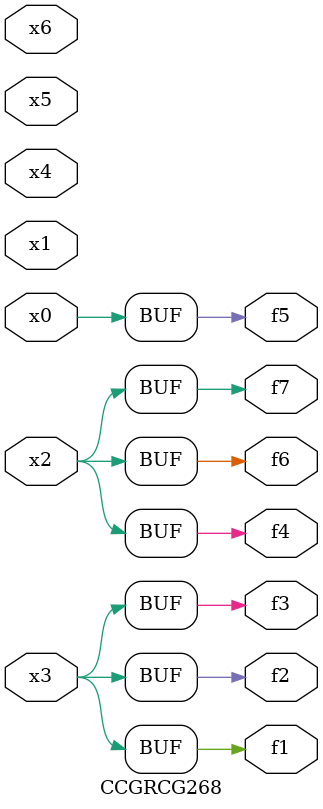
<source format=v>
module CCGRCG268(
	input x0, x1, x2, x3, x4, x5, x6,
	output f1, f2, f3, f4, f5, f6, f7
);
	assign f1 = x3;
	assign f2 = x3;
	assign f3 = x3;
	assign f4 = x2;
	assign f5 = x0;
	assign f6 = x2;
	assign f7 = x2;
endmodule

</source>
